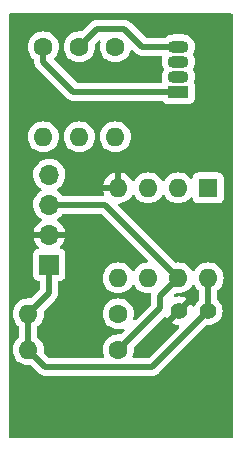
<source format=gbl>
G04 #@! TF.GenerationSoftware,KiCad,Pcbnew,6.0.11-2627ca5db0~126~ubuntu20.04.1*
G04 #@! TF.CreationDate,2023-10-24T11:05:38+02:00*
G04 #@! TF.ProjectId,attiny85_I2C_RGB_LED_v21,61747469-6e79-4383-955f-4932435f5247,2.0*
G04 #@! TF.SameCoordinates,Original*
G04 #@! TF.FileFunction,Copper,L2,Bot*
G04 #@! TF.FilePolarity,Positive*
%FSLAX46Y46*%
G04 Gerber Fmt 4.6, Leading zero omitted, Abs format (unit mm)*
G04 Created by KiCad (PCBNEW 6.0.11-2627ca5db0~126~ubuntu20.04.1) date 2023-10-24 11:05:38*
%MOMM*%
%LPD*%
G01*
G04 APERTURE LIST*
G04 #@! TA.AperFunction,ComponentPad*
%ADD10C,1.600000*%
G04 #@! TD*
G04 #@! TA.AperFunction,ComponentPad*
%ADD11O,1.600000X1.600000*%
G04 #@! TD*
G04 #@! TA.AperFunction,ComponentPad*
%ADD12R,1.600000X1.600000*%
G04 #@! TD*
G04 #@! TA.AperFunction,ComponentPad*
%ADD13C,1.400000*%
G04 #@! TD*
G04 #@! TA.AperFunction,ComponentPad*
%ADD14R,1.800000X1.070000*%
G04 #@! TD*
G04 #@! TA.AperFunction,ComponentPad*
%ADD15O,1.800000X1.070000*%
G04 #@! TD*
G04 #@! TA.AperFunction,ComponentPad*
%ADD16R,1.700000X1.700000*%
G04 #@! TD*
G04 #@! TA.AperFunction,ComponentPad*
%ADD17O,1.700000X1.700000*%
G04 #@! TD*
G04 #@! TA.AperFunction,Conductor*
%ADD18C,0.500000*%
G04 #@! TD*
G04 APERTURE END LIST*
D10*
X113284000Y-114046000D03*
D11*
X113284000Y-121666000D03*
D10*
X116332000Y-114046000D03*
D11*
X116332000Y-121666000D03*
D10*
X110236000Y-114046000D03*
D11*
X110236000Y-121666000D03*
D12*
X124196000Y-125994000D03*
D11*
X121656000Y-125994000D03*
X119116000Y-125994000D03*
X116576000Y-125994000D03*
X116576000Y-133614000D03*
X119116000Y-133614000D03*
X121656000Y-133614000D03*
X124196000Y-133614000D03*
D13*
X124206000Y-136398000D03*
X121706000Y-136398000D03*
D14*
X121666000Y-117856000D03*
D15*
X121666000Y-116586000D03*
X121666000Y-115316000D03*
X121666000Y-114046000D03*
D16*
X110744000Y-132500000D03*
D17*
X110744000Y-129960000D03*
X110744000Y-127420000D03*
X110744000Y-124880000D03*
D10*
X116586000Y-136652000D03*
D11*
X108966000Y-136652000D03*
D10*
X116586000Y-139700000D03*
D11*
X108966000Y-139700000D03*
D18*
X121666000Y-117856000D02*
X112776000Y-117856000D01*
X110236000Y-115316000D02*
X110236000Y-114046000D01*
X112776000Y-117856000D02*
X110236000Y-115316000D01*
X114808000Y-112522000D02*
X113284000Y-114046000D01*
X117094000Y-112522000D02*
X114808000Y-112522000D01*
X118618000Y-114046000D02*
X117094000Y-112522000D01*
X121666000Y-114046000D02*
X118618000Y-114046000D01*
X120142000Y-135128000D02*
X121656000Y-133614000D01*
X116586000Y-139700000D02*
X120142000Y-136144000D01*
X120142000Y-136144000D02*
X120142000Y-135128000D01*
X115462000Y-127420000D02*
X110744000Y-127420000D01*
X121656000Y-133614000D02*
X115462000Y-127420000D01*
X119454000Y-141150000D02*
X124206000Y-136398000D01*
X124206000Y-133624000D02*
X124196000Y-133614000D01*
X110744000Y-132500000D02*
X110744000Y-134874000D01*
X110416000Y-141150000D02*
X119454000Y-141150000D01*
X110744000Y-134874000D02*
X108966000Y-136652000D01*
X124206000Y-136398000D02*
X124206000Y-133624000D01*
X108966000Y-136652000D02*
X108966000Y-139700000D01*
X108966000Y-139700000D02*
X110416000Y-141150000D01*
G04 #@! TA.AperFunction,Conductor*
G36*
X126233621Y-111228502D02*
G01*
X126280114Y-111282158D01*
X126291500Y-111334500D01*
X126291500Y-147065500D01*
X126271498Y-147133621D01*
X126217842Y-147180114D01*
X126165500Y-147191500D01*
X107434500Y-147191500D01*
X107366379Y-147171498D01*
X107319886Y-147117842D01*
X107308500Y-147065500D01*
X107308500Y-139700000D01*
X107652502Y-139700000D01*
X107672457Y-139928087D01*
X107731716Y-140149243D01*
X107734039Y-140154224D01*
X107734039Y-140154225D01*
X107826151Y-140351762D01*
X107826154Y-140351767D01*
X107828477Y-140356749D01*
X107959802Y-140544300D01*
X108121700Y-140706198D01*
X108126208Y-140709355D01*
X108126211Y-140709357D01*
X108204389Y-140764098D01*
X108309251Y-140837523D01*
X108314233Y-140839846D01*
X108314238Y-140839849D01*
X108511775Y-140931961D01*
X108516757Y-140934284D01*
X108522065Y-140935706D01*
X108522067Y-140935707D01*
X108732598Y-140992119D01*
X108732600Y-140992119D01*
X108737913Y-140993543D01*
X108966000Y-141013498D01*
X108971475Y-141013019D01*
X109128913Y-140999245D01*
X109198518Y-141013234D01*
X109228990Y-141035671D01*
X109832230Y-141638911D01*
X109844616Y-141653323D01*
X109853149Y-141664918D01*
X109853154Y-141664923D01*
X109857492Y-141670818D01*
X109863070Y-141675557D01*
X109863073Y-141675560D01*
X109897768Y-141705035D01*
X109905284Y-141711965D01*
X109910980Y-141717661D01*
X109913841Y-141719924D01*
X109913846Y-141719929D01*
X109933266Y-141735293D01*
X109936667Y-141738082D01*
X109992285Y-141785333D01*
X109998798Y-141788659D01*
X110003837Y-141792020D01*
X110008979Y-141795196D01*
X110014716Y-141799734D01*
X110080875Y-141830655D01*
X110084769Y-141832558D01*
X110149808Y-141865769D01*
X110156917Y-141867508D01*
X110162551Y-141869604D01*
X110168321Y-141871523D01*
X110174950Y-141874622D01*
X110182113Y-141876112D01*
X110182116Y-141876113D01*
X110232830Y-141886661D01*
X110246435Y-141889491D01*
X110250701Y-141890457D01*
X110321610Y-141907808D01*
X110327212Y-141908156D01*
X110327215Y-141908156D01*
X110332764Y-141908500D01*
X110332762Y-141908535D01*
X110336734Y-141908775D01*
X110340955Y-141909152D01*
X110348115Y-141910641D01*
X110425542Y-141908546D01*
X110428950Y-141908500D01*
X119386930Y-141908500D01*
X119405880Y-141909933D01*
X119420115Y-141912099D01*
X119420119Y-141912099D01*
X119427349Y-141913199D01*
X119434641Y-141912606D01*
X119434644Y-141912606D01*
X119480018Y-141908915D01*
X119490233Y-141908500D01*
X119498293Y-141908500D01*
X119515680Y-141906473D01*
X119526507Y-141905211D01*
X119530882Y-141904778D01*
X119596339Y-141899454D01*
X119596342Y-141899453D01*
X119603637Y-141898860D01*
X119610601Y-141896604D01*
X119616560Y-141895413D01*
X119622415Y-141894029D01*
X119629681Y-141893182D01*
X119698327Y-141868265D01*
X119702455Y-141866848D01*
X119764936Y-141846607D01*
X119764938Y-141846606D01*
X119771899Y-141844351D01*
X119778154Y-141840555D01*
X119783628Y-141838049D01*
X119789058Y-141835330D01*
X119795937Y-141832833D01*
X119802058Y-141828820D01*
X119856976Y-141792814D01*
X119860680Y-141790477D01*
X119923107Y-141752595D01*
X119931484Y-141745197D01*
X119931508Y-141745224D01*
X119934500Y-141742571D01*
X119937733Y-141739868D01*
X119943852Y-141735856D01*
X119997128Y-141679617D01*
X119999506Y-141677175D01*
X124035316Y-137641365D01*
X124097628Y-137607339D01*
X124135392Y-137604939D01*
X124200524Y-137610637D01*
X124200525Y-137610637D01*
X124206000Y-137611116D01*
X124416655Y-137592686D01*
X124421968Y-137591262D01*
X124421970Y-137591262D01*
X124615600Y-137539379D01*
X124615602Y-137539378D01*
X124620910Y-137537956D01*
X124626908Y-137535159D01*
X124807577Y-137450912D01*
X124807580Y-137450910D01*
X124812558Y-137448589D01*
X124985776Y-137327301D01*
X125135301Y-137177776D01*
X125256589Y-137004558D01*
X125276530Y-136961796D01*
X125343633Y-136817892D01*
X125343634Y-136817891D01*
X125345956Y-136812910D01*
X125400686Y-136608655D01*
X125419116Y-136398000D01*
X125400686Y-136187345D01*
X125345956Y-135983090D01*
X125343633Y-135978108D01*
X125258912Y-135796423D01*
X125258910Y-135796420D01*
X125256589Y-135791442D01*
X125135301Y-135618224D01*
X125001405Y-135484328D01*
X124967379Y-135422016D01*
X124964500Y-135395233D01*
X124964500Y-134738865D01*
X124984502Y-134670744D01*
X125018228Y-134635653D01*
X125040300Y-134620198D01*
X125202198Y-134458300D01*
X125333523Y-134270749D01*
X125335846Y-134265767D01*
X125335849Y-134265762D01*
X125427961Y-134068225D01*
X125427961Y-134068224D01*
X125430284Y-134063243D01*
X125465409Y-133932158D01*
X125488119Y-133847402D01*
X125488119Y-133847400D01*
X125489543Y-133842087D01*
X125509498Y-133614000D01*
X125489543Y-133385913D01*
X125430284Y-133164757D01*
X125351805Y-132996457D01*
X125335849Y-132962238D01*
X125335846Y-132962233D01*
X125333523Y-132957251D01*
X125202198Y-132769700D01*
X125040300Y-132607802D01*
X125035792Y-132604645D01*
X125035789Y-132604643D01*
X124957611Y-132549902D01*
X124852749Y-132476477D01*
X124847767Y-132474154D01*
X124847762Y-132474151D01*
X124650225Y-132382039D01*
X124650224Y-132382039D01*
X124645243Y-132379716D01*
X124639935Y-132378294D01*
X124639933Y-132378293D01*
X124429402Y-132321881D01*
X124429400Y-132321881D01*
X124424087Y-132320457D01*
X124196000Y-132300502D01*
X123967913Y-132320457D01*
X123962600Y-132321881D01*
X123962598Y-132321881D01*
X123752067Y-132378293D01*
X123752065Y-132378294D01*
X123746757Y-132379716D01*
X123741776Y-132382039D01*
X123741775Y-132382039D01*
X123544238Y-132474151D01*
X123544233Y-132474154D01*
X123539251Y-132476477D01*
X123434389Y-132549902D01*
X123356211Y-132604643D01*
X123356208Y-132604645D01*
X123351700Y-132607802D01*
X123189802Y-132769700D01*
X123058477Y-132957251D01*
X123056154Y-132962233D01*
X123056151Y-132962238D01*
X123040195Y-132996457D01*
X122993278Y-133049742D01*
X122925001Y-133069203D01*
X122857041Y-133048661D01*
X122811805Y-132996457D01*
X122795849Y-132962238D01*
X122795846Y-132962233D01*
X122793523Y-132957251D01*
X122662198Y-132769700D01*
X122500300Y-132607802D01*
X122495792Y-132604645D01*
X122495789Y-132604643D01*
X122417611Y-132549902D01*
X122312749Y-132476477D01*
X122307767Y-132474154D01*
X122307762Y-132474151D01*
X122110225Y-132382039D01*
X122110224Y-132382039D01*
X122105243Y-132379716D01*
X122099935Y-132378294D01*
X122099933Y-132378293D01*
X121889402Y-132321881D01*
X121889400Y-132321881D01*
X121884087Y-132320457D01*
X121656000Y-132300502D01*
X121650525Y-132300981D01*
X121493087Y-132314755D01*
X121423482Y-132300766D01*
X121393010Y-132278329D01*
X116625158Y-127510477D01*
X116591132Y-127448165D01*
X116596197Y-127377350D01*
X116638744Y-127320514D01*
X116703272Y-127295861D01*
X116798520Y-127287528D01*
X116809312Y-127285625D01*
X117019761Y-127229236D01*
X117030053Y-127225490D01*
X117227511Y-127133414D01*
X117237007Y-127127931D01*
X117415467Y-127002972D01*
X117423875Y-126995916D01*
X117577916Y-126841875D01*
X117584972Y-126833467D01*
X117709931Y-126655007D01*
X117715414Y-126645511D01*
X117731529Y-126610951D01*
X117778446Y-126557666D01*
X117846723Y-126538205D01*
X117914683Y-126558747D01*
X117959919Y-126610951D01*
X117976151Y-126645762D01*
X117976154Y-126645767D01*
X117978477Y-126650749D01*
X118109802Y-126838300D01*
X118271700Y-127000198D01*
X118276208Y-127003355D01*
X118276211Y-127003357D01*
X118317542Y-127032297D01*
X118459251Y-127131523D01*
X118464233Y-127133846D01*
X118464238Y-127133849D01*
X118541137Y-127169707D01*
X118666757Y-127228284D01*
X118672065Y-127229706D01*
X118672067Y-127229707D01*
X118882598Y-127286119D01*
X118882600Y-127286119D01*
X118887913Y-127287543D01*
X119116000Y-127307498D01*
X119344087Y-127287543D01*
X119349400Y-127286119D01*
X119349402Y-127286119D01*
X119559933Y-127229707D01*
X119559935Y-127229706D01*
X119565243Y-127228284D01*
X119690863Y-127169707D01*
X119767762Y-127133849D01*
X119767767Y-127133846D01*
X119772749Y-127131523D01*
X119914458Y-127032297D01*
X119955789Y-127003357D01*
X119955792Y-127003355D01*
X119960300Y-127000198D01*
X120122198Y-126838300D01*
X120253523Y-126650749D01*
X120255846Y-126645767D01*
X120255849Y-126645762D01*
X120271805Y-126611543D01*
X120318722Y-126558258D01*
X120386999Y-126538797D01*
X120454959Y-126559339D01*
X120500195Y-126611543D01*
X120516151Y-126645762D01*
X120516154Y-126645767D01*
X120518477Y-126650749D01*
X120649802Y-126838300D01*
X120811700Y-127000198D01*
X120816208Y-127003355D01*
X120816211Y-127003357D01*
X120857542Y-127032297D01*
X120999251Y-127131523D01*
X121004233Y-127133846D01*
X121004238Y-127133849D01*
X121081137Y-127169707D01*
X121206757Y-127228284D01*
X121212065Y-127229706D01*
X121212067Y-127229707D01*
X121422598Y-127286119D01*
X121422600Y-127286119D01*
X121427913Y-127287543D01*
X121656000Y-127307498D01*
X121884087Y-127287543D01*
X121889400Y-127286119D01*
X121889402Y-127286119D01*
X122099933Y-127229707D01*
X122099935Y-127229706D01*
X122105243Y-127228284D01*
X122230863Y-127169707D01*
X122307762Y-127133849D01*
X122307767Y-127133846D01*
X122312749Y-127131523D01*
X122454458Y-127032297D01*
X122495789Y-127003357D01*
X122495792Y-127003355D01*
X122500300Y-127000198D01*
X122662198Y-126838300D01*
X122665357Y-126833789D01*
X122668892Y-126829576D01*
X122670026Y-126830527D01*
X122720071Y-126790529D01*
X122790690Y-126783224D01*
X122854049Y-126815258D01*
X122890030Y-126876462D01*
X122893082Y-126893517D01*
X122894255Y-126904316D01*
X122945385Y-127040705D01*
X123032739Y-127157261D01*
X123149295Y-127244615D01*
X123285684Y-127295745D01*
X123347866Y-127302500D01*
X125044134Y-127302500D01*
X125106316Y-127295745D01*
X125242705Y-127244615D01*
X125359261Y-127157261D01*
X125446615Y-127040705D01*
X125497745Y-126904316D01*
X125504500Y-126842134D01*
X125504500Y-125145866D01*
X125497745Y-125083684D01*
X125446615Y-124947295D01*
X125359261Y-124830739D01*
X125242705Y-124743385D01*
X125106316Y-124692255D01*
X125044134Y-124685500D01*
X123347866Y-124685500D01*
X123285684Y-124692255D01*
X123149295Y-124743385D01*
X123032739Y-124830739D01*
X122945385Y-124947295D01*
X122894255Y-125083684D01*
X122893083Y-125094474D01*
X122892197Y-125096606D01*
X122891575Y-125099222D01*
X122891152Y-125099121D01*
X122865845Y-125160035D01*
X122807483Y-125200463D01*
X122736529Y-125202922D01*
X122675510Y-125166629D01*
X122668511Y-125157969D01*
X122665354Y-125154207D01*
X122662198Y-125149700D01*
X122500300Y-124987802D01*
X122495792Y-124984645D01*
X122495789Y-124984643D01*
X122341553Y-124876646D01*
X122312749Y-124856477D01*
X122307767Y-124854154D01*
X122307762Y-124854151D01*
X122110225Y-124762039D01*
X122110224Y-124762039D01*
X122105243Y-124759716D01*
X122099935Y-124758294D01*
X122099933Y-124758293D01*
X121889402Y-124701881D01*
X121889400Y-124701881D01*
X121884087Y-124700457D01*
X121656000Y-124680502D01*
X121427913Y-124700457D01*
X121422600Y-124701881D01*
X121422598Y-124701881D01*
X121212067Y-124758293D01*
X121212065Y-124758294D01*
X121206757Y-124759716D01*
X121201776Y-124762039D01*
X121201775Y-124762039D01*
X121004238Y-124854151D01*
X121004233Y-124854154D01*
X120999251Y-124856477D01*
X120970447Y-124876646D01*
X120816211Y-124984643D01*
X120816208Y-124984645D01*
X120811700Y-124987802D01*
X120649802Y-125149700D01*
X120518477Y-125337251D01*
X120516154Y-125342233D01*
X120516151Y-125342238D01*
X120500195Y-125376457D01*
X120453278Y-125429742D01*
X120385001Y-125449203D01*
X120317041Y-125428661D01*
X120271805Y-125376457D01*
X120255849Y-125342238D01*
X120255846Y-125342233D01*
X120253523Y-125337251D01*
X120122198Y-125149700D01*
X119960300Y-124987802D01*
X119955792Y-124984645D01*
X119955789Y-124984643D01*
X119801553Y-124876646D01*
X119772749Y-124856477D01*
X119767767Y-124854154D01*
X119767762Y-124854151D01*
X119570225Y-124762039D01*
X119570224Y-124762039D01*
X119565243Y-124759716D01*
X119559935Y-124758294D01*
X119559933Y-124758293D01*
X119349402Y-124701881D01*
X119349400Y-124701881D01*
X119344087Y-124700457D01*
X119116000Y-124680502D01*
X118887913Y-124700457D01*
X118882600Y-124701881D01*
X118882598Y-124701881D01*
X118672067Y-124758293D01*
X118672065Y-124758294D01*
X118666757Y-124759716D01*
X118661776Y-124762039D01*
X118661775Y-124762039D01*
X118464238Y-124854151D01*
X118464233Y-124854154D01*
X118459251Y-124856477D01*
X118430447Y-124876646D01*
X118276211Y-124984643D01*
X118276208Y-124984645D01*
X118271700Y-124987802D01*
X118109802Y-125149700D01*
X117978477Y-125337251D01*
X117976154Y-125342233D01*
X117976151Y-125342238D01*
X117959919Y-125377049D01*
X117913002Y-125430334D01*
X117844725Y-125449795D01*
X117776765Y-125429253D01*
X117731529Y-125377049D01*
X117715414Y-125342489D01*
X117709931Y-125332993D01*
X117584972Y-125154533D01*
X117577916Y-125146125D01*
X117423875Y-124992084D01*
X117415467Y-124985028D01*
X117237007Y-124860069D01*
X117227511Y-124854586D01*
X117030053Y-124762510D01*
X117019761Y-124758764D01*
X116847497Y-124712606D01*
X116833401Y-124712942D01*
X116830000Y-124720884D01*
X116830000Y-126122000D01*
X116809998Y-126190121D01*
X116756342Y-126236614D01*
X116704000Y-126248000D01*
X115308033Y-126248000D01*
X115294502Y-126251973D01*
X115293273Y-126260522D01*
X115340764Y-126437761D01*
X115344512Y-126448058D01*
X115360456Y-126482249D01*
X115371118Y-126552440D01*
X115342139Y-126617253D01*
X115282720Y-126656110D01*
X115246262Y-126661500D01*
X111939939Y-126661500D01*
X111871818Y-126641498D01*
X111834147Y-126603941D01*
X111826818Y-126592612D01*
X111824014Y-126588277D01*
X111673670Y-126423051D01*
X111669619Y-126419852D01*
X111669615Y-126419848D01*
X111502414Y-126287800D01*
X111502410Y-126287798D01*
X111498359Y-126284598D01*
X111457053Y-126261796D01*
X111407084Y-126211364D01*
X111392312Y-126141921D01*
X111417428Y-126075516D01*
X111444780Y-126048909D01*
X111488603Y-126017650D01*
X111623860Y-125921173D01*
X111782096Y-125763489D01*
X111798975Y-125740000D01*
X111811548Y-125722503D01*
X115294606Y-125722503D01*
X115294942Y-125736599D01*
X115302884Y-125740000D01*
X116303885Y-125740000D01*
X116319124Y-125735525D01*
X116320329Y-125734135D01*
X116322000Y-125726452D01*
X116322000Y-124726033D01*
X116318027Y-124712502D01*
X116309478Y-124711273D01*
X116132239Y-124758764D01*
X116121947Y-124762510D01*
X115924489Y-124854586D01*
X115914993Y-124860069D01*
X115736533Y-124985028D01*
X115728125Y-124992084D01*
X115574084Y-125146125D01*
X115567028Y-125154533D01*
X115442069Y-125332993D01*
X115436586Y-125342489D01*
X115344510Y-125539947D01*
X115340764Y-125550239D01*
X115294606Y-125722503D01*
X111811548Y-125722503D01*
X111909435Y-125586277D01*
X111912453Y-125582077D01*
X111977831Y-125449795D01*
X112009136Y-125386453D01*
X112009137Y-125386451D01*
X112011430Y-125381811D01*
X112076370Y-125168069D01*
X112105529Y-124946590D01*
X112105611Y-124943240D01*
X112107074Y-124883365D01*
X112107074Y-124883361D01*
X112107156Y-124880000D01*
X112088852Y-124657361D01*
X112034431Y-124440702D01*
X111945354Y-124235840D01*
X111824014Y-124048277D01*
X111673670Y-123883051D01*
X111669619Y-123879852D01*
X111669615Y-123879848D01*
X111502414Y-123747800D01*
X111502410Y-123747798D01*
X111498359Y-123744598D01*
X111302789Y-123636638D01*
X111297920Y-123634914D01*
X111297916Y-123634912D01*
X111097087Y-123563795D01*
X111097083Y-123563794D01*
X111092212Y-123562069D01*
X111087119Y-123561162D01*
X111087116Y-123561161D01*
X110877373Y-123523800D01*
X110877367Y-123523799D01*
X110872284Y-123522894D01*
X110798452Y-123521992D01*
X110654081Y-123520228D01*
X110654079Y-123520228D01*
X110648911Y-123520165D01*
X110428091Y-123553955D01*
X110215756Y-123623357D01*
X110017607Y-123726507D01*
X110013474Y-123729610D01*
X110013471Y-123729612D01*
X109989247Y-123747800D01*
X109838965Y-123860635D01*
X109684629Y-124022138D01*
X109558743Y-124206680D01*
X109464688Y-124409305D01*
X109404989Y-124624570D01*
X109381251Y-124846695D01*
X109381548Y-124851848D01*
X109381548Y-124851851D01*
X109387011Y-124946590D01*
X109394110Y-125069715D01*
X109395247Y-125074761D01*
X109395248Y-125074767D01*
X109413152Y-125154211D01*
X109443222Y-125287639D01*
X109527266Y-125494616D01*
X109643987Y-125685088D01*
X109790250Y-125853938D01*
X109962126Y-125996632D01*
X110032595Y-126037811D01*
X110035445Y-126039476D01*
X110084169Y-126091114D01*
X110097240Y-126160897D01*
X110070509Y-126226669D01*
X110030055Y-126260027D01*
X110017607Y-126266507D01*
X110013474Y-126269610D01*
X110013471Y-126269612D01*
X109989247Y-126287800D01*
X109838965Y-126400635D01*
X109792543Y-126449213D01*
X109688903Y-126557666D01*
X109684629Y-126562138D01*
X109681715Y-126566410D01*
X109681714Y-126566411D01*
X109620526Y-126656110D01*
X109558743Y-126746680D01*
X109556564Y-126751375D01*
X109482137Y-126911715D01*
X109464688Y-126949305D01*
X109404989Y-127164570D01*
X109381251Y-127386695D01*
X109394110Y-127609715D01*
X109395247Y-127614761D01*
X109395248Y-127614767D01*
X109419304Y-127721508D01*
X109443222Y-127827639D01*
X109527266Y-128034616D01*
X109643987Y-128225088D01*
X109790250Y-128393938D01*
X109962126Y-128536632D01*
X110035955Y-128579774D01*
X110084679Y-128631412D01*
X110097750Y-128701195D01*
X110071019Y-128766967D01*
X110030562Y-128800327D01*
X110022457Y-128804546D01*
X110013738Y-128810036D01*
X109843433Y-128937905D01*
X109835726Y-128944748D01*
X109688590Y-129098717D01*
X109682104Y-129106727D01*
X109562098Y-129282649D01*
X109557000Y-129291623D01*
X109467338Y-129484783D01*
X109463775Y-129494470D01*
X109408389Y-129694183D01*
X109409912Y-129702607D01*
X109422292Y-129706000D01*
X112062344Y-129706000D01*
X112075875Y-129702027D01*
X112077180Y-129692947D01*
X112035214Y-129525875D01*
X112031894Y-129516124D01*
X111946972Y-129320814D01*
X111942105Y-129311739D01*
X111826426Y-129132926D01*
X111820136Y-129124757D01*
X111676806Y-128967240D01*
X111669273Y-128960215D01*
X111502139Y-128828222D01*
X111493556Y-128822520D01*
X111456602Y-128802120D01*
X111406631Y-128751687D01*
X111391859Y-128682245D01*
X111416975Y-128615839D01*
X111444327Y-128589232D01*
X111467797Y-128572491D01*
X111623860Y-128461173D01*
X111782096Y-128303489D01*
X111834203Y-128230974D01*
X111890198Y-128187326D01*
X111936526Y-128178500D01*
X115095629Y-128178500D01*
X115163750Y-128198502D01*
X115184724Y-128215405D01*
X119066380Y-132097061D01*
X119100406Y-132159373D01*
X119095341Y-132230188D01*
X119052794Y-132287024D01*
X118988267Y-132311677D01*
X118961209Y-132314044D01*
X118887913Y-132320457D01*
X118882600Y-132321881D01*
X118882598Y-132321881D01*
X118672067Y-132378293D01*
X118672065Y-132378294D01*
X118666757Y-132379716D01*
X118661776Y-132382039D01*
X118661775Y-132382039D01*
X118464238Y-132474151D01*
X118464233Y-132474154D01*
X118459251Y-132476477D01*
X118354389Y-132549902D01*
X118276211Y-132604643D01*
X118276208Y-132604645D01*
X118271700Y-132607802D01*
X118109802Y-132769700D01*
X117978477Y-132957251D01*
X117976154Y-132962233D01*
X117976151Y-132962238D01*
X117960195Y-132996457D01*
X117913278Y-133049742D01*
X117845001Y-133069203D01*
X117777041Y-133048661D01*
X117731805Y-132996457D01*
X117715849Y-132962238D01*
X117715846Y-132962233D01*
X117713523Y-132957251D01*
X117582198Y-132769700D01*
X117420300Y-132607802D01*
X117415792Y-132604645D01*
X117415789Y-132604643D01*
X117337611Y-132549902D01*
X117232749Y-132476477D01*
X117227767Y-132474154D01*
X117227762Y-132474151D01*
X117030225Y-132382039D01*
X117030224Y-132382039D01*
X117025243Y-132379716D01*
X117019935Y-132378294D01*
X117019933Y-132378293D01*
X116809402Y-132321881D01*
X116809400Y-132321881D01*
X116804087Y-132320457D01*
X116576000Y-132300502D01*
X116347913Y-132320457D01*
X116342600Y-132321881D01*
X116342598Y-132321881D01*
X116132067Y-132378293D01*
X116132065Y-132378294D01*
X116126757Y-132379716D01*
X116121776Y-132382039D01*
X116121775Y-132382039D01*
X115924238Y-132474151D01*
X115924233Y-132474154D01*
X115919251Y-132476477D01*
X115814389Y-132549902D01*
X115736211Y-132604643D01*
X115736208Y-132604645D01*
X115731700Y-132607802D01*
X115569802Y-132769700D01*
X115438477Y-132957251D01*
X115436154Y-132962233D01*
X115436151Y-132962238D01*
X115420195Y-132996457D01*
X115341716Y-133164757D01*
X115282457Y-133385913D01*
X115262502Y-133614000D01*
X115282457Y-133842087D01*
X115283881Y-133847400D01*
X115283881Y-133847402D01*
X115306592Y-133932158D01*
X115341716Y-134063243D01*
X115344039Y-134068224D01*
X115344039Y-134068225D01*
X115436151Y-134265762D01*
X115436154Y-134265767D01*
X115438477Y-134270749D01*
X115569802Y-134458300D01*
X115731700Y-134620198D01*
X115736208Y-134623355D01*
X115736211Y-134623357D01*
X115753769Y-134635651D01*
X115919251Y-134751523D01*
X115924233Y-134753846D01*
X115924238Y-134753849D01*
X116121775Y-134845961D01*
X116126757Y-134848284D01*
X116132065Y-134849706D01*
X116132067Y-134849707D01*
X116342598Y-134906119D01*
X116342600Y-134906119D01*
X116347913Y-134907543D01*
X116576000Y-134927498D01*
X116804087Y-134907543D01*
X116809400Y-134906119D01*
X116809402Y-134906119D01*
X117019933Y-134849707D01*
X117019935Y-134849706D01*
X117025243Y-134848284D01*
X117030225Y-134845961D01*
X117227762Y-134753849D01*
X117227767Y-134753846D01*
X117232749Y-134751523D01*
X117398231Y-134635651D01*
X117415789Y-134623357D01*
X117415792Y-134623355D01*
X117420300Y-134620198D01*
X117582198Y-134458300D01*
X117713523Y-134270749D01*
X117715846Y-134265767D01*
X117715849Y-134265762D01*
X117731805Y-134231543D01*
X117778722Y-134178258D01*
X117846999Y-134158797D01*
X117914959Y-134179339D01*
X117960195Y-134231543D01*
X117976151Y-134265762D01*
X117976154Y-134265767D01*
X117978477Y-134270749D01*
X118109802Y-134458300D01*
X118271700Y-134620198D01*
X118276208Y-134623355D01*
X118276211Y-134623357D01*
X118293769Y-134635651D01*
X118459251Y-134751523D01*
X118464233Y-134753846D01*
X118464238Y-134753849D01*
X118661775Y-134845961D01*
X118666757Y-134848284D01*
X118672065Y-134849706D01*
X118672067Y-134849707D01*
X118882598Y-134906119D01*
X118882600Y-134906119D01*
X118887913Y-134907543D01*
X119116000Y-134927498D01*
X119246380Y-134916091D01*
X119315984Y-134930080D01*
X119366976Y-134979479D01*
X119382862Y-135052810D01*
X119382849Y-135052956D01*
X119381360Y-135060115D01*
X119381558Y-135067426D01*
X119383454Y-135137521D01*
X119383500Y-135140928D01*
X119383500Y-135777629D01*
X119363498Y-135845750D01*
X119346595Y-135866724D01*
X118045989Y-137167330D01*
X117983677Y-137201356D01*
X117912862Y-137196291D01*
X117856026Y-137153744D01*
X117831215Y-137087224D01*
X117835187Y-137045623D01*
X117879543Y-136880087D01*
X117899498Y-136652000D01*
X117879543Y-136423913D01*
X117878119Y-136418598D01*
X117821707Y-136208067D01*
X117821706Y-136208065D01*
X117820284Y-136202757D01*
X117738321Y-136026985D01*
X117725849Y-136000238D01*
X117725846Y-136000233D01*
X117723523Y-135995251D01*
X117592198Y-135807700D01*
X117430300Y-135645802D01*
X117425792Y-135642645D01*
X117425789Y-135642643D01*
X117347611Y-135587902D01*
X117242749Y-135514477D01*
X117237767Y-135512154D01*
X117237762Y-135512151D01*
X117040225Y-135420039D01*
X117040224Y-135420039D01*
X117035243Y-135417716D01*
X117029935Y-135416294D01*
X117029933Y-135416293D01*
X116819402Y-135359881D01*
X116819400Y-135359881D01*
X116814087Y-135358457D01*
X116586000Y-135338502D01*
X116357913Y-135358457D01*
X116352600Y-135359881D01*
X116352598Y-135359881D01*
X116142067Y-135416293D01*
X116142065Y-135416294D01*
X116136757Y-135417716D01*
X116131776Y-135420039D01*
X116131775Y-135420039D01*
X115934238Y-135512151D01*
X115934233Y-135512154D01*
X115929251Y-135514477D01*
X115824389Y-135587902D01*
X115746211Y-135642643D01*
X115746208Y-135642645D01*
X115741700Y-135645802D01*
X115579802Y-135807700D01*
X115448477Y-135995251D01*
X115446154Y-136000233D01*
X115446151Y-136000238D01*
X115433679Y-136026985D01*
X115351716Y-136202757D01*
X115350294Y-136208065D01*
X115350293Y-136208067D01*
X115293881Y-136418598D01*
X115292457Y-136423913D01*
X115272502Y-136652000D01*
X115292457Y-136880087D01*
X115293880Y-136885399D01*
X115293881Y-136885402D01*
X115347960Y-137087224D01*
X115351716Y-137101243D01*
X115354039Y-137106224D01*
X115354039Y-137106225D01*
X115446151Y-137303762D01*
X115446154Y-137303767D01*
X115448477Y-137308749D01*
X115579802Y-137496300D01*
X115741700Y-137658198D01*
X115746208Y-137661355D01*
X115746211Y-137661357D01*
X115773769Y-137680653D01*
X115929251Y-137789523D01*
X115934233Y-137791846D01*
X115934238Y-137791849D01*
X116131775Y-137883961D01*
X116136757Y-137886284D01*
X116142065Y-137887706D01*
X116142067Y-137887707D01*
X116352598Y-137944119D01*
X116352600Y-137944119D01*
X116357913Y-137945543D01*
X116586000Y-137965498D01*
X116814087Y-137945543D01*
X116979625Y-137901187D01*
X117050600Y-137902877D01*
X117109396Y-137942671D01*
X117137344Y-138007935D01*
X117125571Y-138077949D01*
X117101330Y-138111989D01*
X116848990Y-138364329D01*
X116786678Y-138398355D01*
X116748913Y-138400755D01*
X116591475Y-138386981D01*
X116586000Y-138386502D01*
X116357913Y-138406457D01*
X116352600Y-138407881D01*
X116352598Y-138407881D01*
X116142067Y-138464293D01*
X116142065Y-138464294D01*
X116136757Y-138465716D01*
X116131776Y-138468039D01*
X116131775Y-138468039D01*
X115934238Y-138560151D01*
X115934233Y-138560154D01*
X115929251Y-138562477D01*
X115852970Y-138615890D01*
X115746211Y-138690643D01*
X115746208Y-138690645D01*
X115741700Y-138693802D01*
X115579802Y-138855700D01*
X115448477Y-139043251D01*
X115446154Y-139048233D01*
X115446151Y-139048238D01*
X115354039Y-139245775D01*
X115351716Y-139250757D01*
X115292457Y-139471913D01*
X115272502Y-139700000D01*
X115292457Y-139928087D01*
X115351716Y-140149243D01*
X115354039Y-140154225D01*
X115354041Y-140154230D01*
X115381096Y-140212251D01*
X115391757Y-140282443D01*
X115362776Y-140347255D01*
X115303356Y-140386111D01*
X115266901Y-140391500D01*
X110782371Y-140391500D01*
X110714250Y-140371498D01*
X110693276Y-140354595D01*
X110301671Y-139962990D01*
X110267645Y-139900678D01*
X110265245Y-139862913D01*
X110279019Y-139705475D01*
X110279498Y-139700000D01*
X110259543Y-139471913D01*
X110200284Y-139250757D01*
X110197961Y-139245775D01*
X110105849Y-139048238D01*
X110105846Y-139048233D01*
X110103523Y-139043251D01*
X109972198Y-138855700D01*
X109810300Y-138693802D01*
X109778229Y-138671345D01*
X109733901Y-138615890D01*
X109724500Y-138568133D01*
X109724500Y-137783867D01*
X109744502Y-137715746D01*
X109778228Y-137680655D01*
X109810300Y-137658198D01*
X109972198Y-137496300D01*
X110103523Y-137308749D01*
X110105846Y-137303767D01*
X110105849Y-137303762D01*
X110197961Y-137106225D01*
X110197961Y-137106224D01*
X110200284Y-137101243D01*
X110204041Y-137087224D01*
X110258119Y-136885402D01*
X110258120Y-136885399D01*
X110259543Y-136880087D01*
X110279498Y-136652000D01*
X110271081Y-136555789D01*
X110265245Y-136489087D01*
X110279234Y-136419482D01*
X110301671Y-136389010D01*
X111232911Y-135457770D01*
X111247323Y-135445384D01*
X111258918Y-135436851D01*
X111258923Y-135436846D01*
X111264818Y-135432508D01*
X111269557Y-135426930D01*
X111269560Y-135426927D01*
X111299035Y-135392232D01*
X111305965Y-135384716D01*
X111311661Y-135379020D01*
X111313924Y-135376159D01*
X111313929Y-135376154D01*
X111329293Y-135356734D01*
X111332082Y-135353333D01*
X111363519Y-135316329D01*
X111379333Y-135297715D01*
X111382659Y-135291202D01*
X111386020Y-135286163D01*
X111389196Y-135281021D01*
X111393734Y-135275284D01*
X111424655Y-135209125D01*
X111426561Y-135205225D01*
X111436447Y-135185865D01*
X111459769Y-135140192D01*
X111461508Y-135133083D01*
X111463604Y-135127449D01*
X111465523Y-135121679D01*
X111468622Y-135115050D01*
X111483491Y-135043565D01*
X111484461Y-135039282D01*
X111485849Y-135033610D01*
X111501808Y-134968390D01*
X111502500Y-134957236D01*
X111502535Y-134957238D01*
X111502775Y-134953266D01*
X111503152Y-134949045D01*
X111504641Y-134941885D01*
X111502546Y-134864458D01*
X111502500Y-134861050D01*
X111502500Y-133984500D01*
X111522502Y-133916379D01*
X111576158Y-133869886D01*
X111628500Y-133858500D01*
X111642134Y-133858500D01*
X111704316Y-133851745D01*
X111840705Y-133800615D01*
X111957261Y-133713261D01*
X112044615Y-133596705D01*
X112095745Y-133460316D01*
X112102500Y-133398134D01*
X112102500Y-131601866D01*
X112095745Y-131539684D01*
X112044615Y-131403295D01*
X111957261Y-131286739D01*
X111840705Y-131199385D01*
X111721687Y-131154767D01*
X111664923Y-131112125D01*
X111640223Y-131045564D01*
X111655430Y-130976215D01*
X111676977Y-130947535D01*
X111778052Y-130846812D01*
X111784730Y-130838965D01*
X111909003Y-130666020D01*
X111914313Y-130657183D01*
X112008670Y-130466267D01*
X112012469Y-130456672D01*
X112074377Y-130252910D01*
X112076555Y-130242837D01*
X112077986Y-130231962D01*
X112075775Y-130217778D01*
X112062617Y-130214000D01*
X109427225Y-130214000D01*
X109413694Y-130217973D01*
X109412257Y-130227966D01*
X109442565Y-130362446D01*
X109445645Y-130372275D01*
X109525770Y-130569603D01*
X109530413Y-130578794D01*
X109641694Y-130760388D01*
X109647777Y-130768699D01*
X109787213Y-130929667D01*
X109794577Y-130936879D01*
X109799522Y-130940985D01*
X109839156Y-130999889D01*
X109840653Y-131070870D01*
X109803537Y-131131392D01*
X109763264Y-131155910D01*
X109655705Y-131196232D01*
X109655704Y-131196233D01*
X109647295Y-131199385D01*
X109530739Y-131286739D01*
X109443385Y-131403295D01*
X109392255Y-131539684D01*
X109385500Y-131601866D01*
X109385500Y-133398134D01*
X109392255Y-133460316D01*
X109443385Y-133596705D01*
X109530739Y-133713261D01*
X109647295Y-133800615D01*
X109783684Y-133851745D01*
X109845866Y-133858500D01*
X109859500Y-133858500D01*
X109927621Y-133878502D01*
X109974114Y-133932158D01*
X109985500Y-133984500D01*
X109985500Y-134507629D01*
X109965498Y-134575750D01*
X109948595Y-134596724D01*
X109228990Y-135316329D01*
X109166678Y-135350355D01*
X109128913Y-135352755D01*
X108971475Y-135338981D01*
X108966000Y-135338502D01*
X108737913Y-135358457D01*
X108732600Y-135359881D01*
X108732598Y-135359881D01*
X108522067Y-135416293D01*
X108522065Y-135416294D01*
X108516757Y-135417716D01*
X108511776Y-135420039D01*
X108511775Y-135420039D01*
X108314238Y-135512151D01*
X108314233Y-135512154D01*
X108309251Y-135514477D01*
X108204389Y-135587902D01*
X108126211Y-135642643D01*
X108126208Y-135642645D01*
X108121700Y-135645802D01*
X107959802Y-135807700D01*
X107828477Y-135995251D01*
X107826154Y-136000233D01*
X107826151Y-136000238D01*
X107813679Y-136026985D01*
X107731716Y-136202757D01*
X107730294Y-136208065D01*
X107730293Y-136208067D01*
X107673881Y-136418598D01*
X107672457Y-136423913D01*
X107652502Y-136652000D01*
X107672457Y-136880087D01*
X107673880Y-136885399D01*
X107673881Y-136885402D01*
X107727960Y-137087224D01*
X107731716Y-137101243D01*
X107734039Y-137106224D01*
X107734039Y-137106225D01*
X107826151Y-137303762D01*
X107826154Y-137303767D01*
X107828477Y-137308749D01*
X107959802Y-137496300D01*
X108121700Y-137658198D01*
X108153771Y-137680655D01*
X108198099Y-137736110D01*
X108207500Y-137783867D01*
X108207500Y-138568133D01*
X108187498Y-138636254D01*
X108153772Y-138671345D01*
X108121700Y-138693802D01*
X107959802Y-138855700D01*
X107828477Y-139043251D01*
X107826154Y-139048233D01*
X107826151Y-139048238D01*
X107734039Y-139245775D01*
X107731716Y-139250757D01*
X107672457Y-139471913D01*
X107652502Y-139700000D01*
X107308500Y-139700000D01*
X107308500Y-121666000D01*
X108922502Y-121666000D01*
X108942457Y-121894087D01*
X109001716Y-122115243D01*
X109004039Y-122120224D01*
X109004039Y-122120225D01*
X109096151Y-122317762D01*
X109096154Y-122317767D01*
X109098477Y-122322749D01*
X109229802Y-122510300D01*
X109391700Y-122672198D01*
X109396208Y-122675355D01*
X109396211Y-122675357D01*
X109474389Y-122730098D01*
X109579251Y-122803523D01*
X109584233Y-122805846D01*
X109584238Y-122805849D01*
X109781775Y-122897961D01*
X109786757Y-122900284D01*
X109792065Y-122901706D01*
X109792067Y-122901707D01*
X110002598Y-122958119D01*
X110002600Y-122958119D01*
X110007913Y-122959543D01*
X110236000Y-122979498D01*
X110464087Y-122959543D01*
X110469400Y-122958119D01*
X110469402Y-122958119D01*
X110679933Y-122901707D01*
X110679935Y-122901706D01*
X110685243Y-122900284D01*
X110690225Y-122897961D01*
X110887762Y-122805849D01*
X110887767Y-122805846D01*
X110892749Y-122803523D01*
X110997611Y-122730098D01*
X111075789Y-122675357D01*
X111075792Y-122675355D01*
X111080300Y-122672198D01*
X111242198Y-122510300D01*
X111373523Y-122322749D01*
X111375846Y-122317767D01*
X111375849Y-122317762D01*
X111467961Y-122120225D01*
X111467961Y-122120224D01*
X111470284Y-122115243D01*
X111529543Y-121894087D01*
X111549498Y-121666000D01*
X111970502Y-121666000D01*
X111990457Y-121894087D01*
X112049716Y-122115243D01*
X112052039Y-122120224D01*
X112052039Y-122120225D01*
X112144151Y-122317762D01*
X112144154Y-122317767D01*
X112146477Y-122322749D01*
X112277802Y-122510300D01*
X112439700Y-122672198D01*
X112444208Y-122675355D01*
X112444211Y-122675357D01*
X112522389Y-122730098D01*
X112627251Y-122803523D01*
X112632233Y-122805846D01*
X112632238Y-122805849D01*
X112829775Y-122897961D01*
X112834757Y-122900284D01*
X112840065Y-122901706D01*
X112840067Y-122901707D01*
X113050598Y-122958119D01*
X113050600Y-122958119D01*
X113055913Y-122959543D01*
X113284000Y-122979498D01*
X113512087Y-122959543D01*
X113517400Y-122958119D01*
X113517402Y-122958119D01*
X113727933Y-122901707D01*
X113727935Y-122901706D01*
X113733243Y-122900284D01*
X113738225Y-122897961D01*
X113935762Y-122805849D01*
X113935767Y-122805846D01*
X113940749Y-122803523D01*
X114045611Y-122730098D01*
X114123789Y-122675357D01*
X114123792Y-122675355D01*
X114128300Y-122672198D01*
X114290198Y-122510300D01*
X114421523Y-122322749D01*
X114423846Y-122317767D01*
X114423849Y-122317762D01*
X114515961Y-122120225D01*
X114515961Y-122120224D01*
X114518284Y-122115243D01*
X114577543Y-121894087D01*
X114597498Y-121666000D01*
X115018502Y-121666000D01*
X115038457Y-121894087D01*
X115097716Y-122115243D01*
X115100039Y-122120224D01*
X115100039Y-122120225D01*
X115192151Y-122317762D01*
X115192154Y-122317767D01*
X115194477Y-122322749D01*
X115325802Y-122510300D01*
X115487700Y-122672198D01*
X115492208Y-122675355D01*
X115492211Y-122675357D01*
X115570389Y-122730098D01*
X115675251Y-122803523D01*
X115680233Y-122805846D01*
X115680238Y-122805849D01*
X115877775Y-122897961D01*
X115882757Y-122900284D01*
X115888065Y-122901706D01*
X115888067Y-122901707D01*
X116098598Y-122958119D01*
X116098600Y-122958119D01*
X116103913Y-122959543D01*
X116332000Y-122979498D01*
X116560087Y-122959543D01*
X116565400Y-122958119D01*
X116565402Y-122958119D01*
X116775933Y-122901707D01*
X116775935Y-122901706D01*
X116781243Y-122900284D01*
X116786225Y-122897961D01*
X116983762Y-122805849D01*
X116983767Y-122805846D01*
X116988749Y-122803523D01*
X117093611Y-122730098D01*
X117171789Y-122675357D01*
X117171792Y-122675355D01*
X117176300Y-122672198D01*
X117338198Y-122510300D01*
X117469523Y-122322749D01*
X117471846Y-122317767D01*
X117471849Y-122317762D01*
X117563961Y-122120225D01*
X117563961Y-122120224D01*
X117566284Y-122115243D01*
X117625543Y-121894087D01*
X117645498Y-121666000D01*
X117625543Y-121437913D01*
X117566284Y-121216757D01*
X117563961Y-121211775D01*
X117471849Y-121014238D01*
X117471846Y-121014233D01*
X117469523Y-121009251D01*
X117338198Y-120821700D01*
X117176300Y-120659802D01*
X117171792Y-120656645D01*
X117171789Y-120656643D01*
X117093611Y-120601902D01*
X116988749Y-120528477D01*
X116983767Y-120526154D01*
X116983762Y-120526151D01*
X116786225Y-120434039D01*
X116786224Y-120434039D01*
X116781243Y-120431716D01*
X116775935Y-120430294D01*
X116775933Y-120430293D01*
X116565402Y-120373881D01*
X116565400Y-120373881D01*
X116560087Y-120372457D01*
X116332000Y-120352502D01*
X116103913Y-120372457D01*
X116098600Y-120373881D01*
X116098598Y-120373881D01*
X115888067Y-120430293D01*
X115888065Y-120430294D01*
X115882757Y-120431716D01*
X115877776Y-120434039D01*
X115877775Y-120434039D01*
X115680238Y-120526151D01*
X115680233Y-120526154D01*
X115675251Y-120528477D01*
X115570389Y-120601902D01*
X115492211Y-120656643D01*
X115492208Y-120656645D01*
X115487700Y-120659802D01*
X115325802Y-120821700D01*
X115194477Y-121009251D01*
X115192154Y-121014233D01*
X115192151Y-121014238D01*
X115100039Y-121211775D01*
X115097716Y-121216757D01*
X115038457Y-121437913D01*
X115018502Y-121666000D01*
X114597498Y-121666000D01*
X114577543Y-121437913D01*
X114518284Y-121216757D01*
X114515961Y-121211775D01*
X114423849Y-121014238D01*
X114423846Y-121014233D01*
X114421523Y-121009251D01*
X114290198Y-120821700D01*
X114128300Y-120659802D01*
X114123792Y-120656645D01*
X114123789Y-120656643D01*
X114045611Y-120601902D01*
X113940749Y-120528477D01*
X113935767Y-120526154D01*
X113935762Y-120526151D01*
X113738225Y-120434039D01*
X113738224Y-120434039D01*
X113733243Y-120431716D01*
X113727935Y-120430294D01*
X113727933Y-120430293D01*
X113517402Y-120373881D01*
X113517400Y-120373881D01*
X113512087Y-120372457D01*
X113284000Y-120352502D01*
X113055913Y-120372457D01*
X113050600Y-120373881D01*
X113050598Y-120373881D01*
X112840067Y-120430293D01*
X112840065Y-120430294D01*
X112834757Y-120431716D01*
X112829776Y-120434039D01*
X112829775Y-120434039D01*
X112632238Y-120526151D01*
X112632233Y-120526154D01*
X112627251Y-120528477D01*
X112522389Y-120601902D01*
X112444211Y-120656643D01*
X112444208Y-120656645D01*
X112439700Y-120659802D01*
X112277802Y-120821700D01*
X112146477Y-121009251D01*
X112144154Y-121014233D01*
X112144151Y-121014238D01*
X112052039Y-121211775D01*
X112049716Y-121216757D01*
X111990457Y-121437913D01*
X111970502Y-121666000D01*
X111549498Y-121666000D01*
X111529543Y-121437913D01*
X111470284Y-121216757D01*
X111467961Y-121211775D01*
X111375849Y-121014238D01*
X111375846Y-121014233D01*
X111373523Y-121009251D01*
X111242198Y-120821700D01*
X111080300Y-120659802D01*
X111075792Y-120656645D01*
X111075789Y-120656643D01*
X110997611Y-120601902D01*
X110892749Y-120528477D01*
X110887767Y-120526154D01*
X110887762Y-120526151D01*
X110690225Y-120434039D01*
X110690224Y-120434039D01*
X110685243Y-120431716D01*
X110679935Y-120430294D01*
X110679933Y-120430293D01*
X110469402Y-120373881D01*
X110469400Y-120373881D01*
X110464087Y-120372457D01*
X110236000Y-120352502D01*
X110007913Y-120372457D01*
X110002600Y-120373881D01*
X110002598Y-120373881D01*
X109792067Y-120430293D01*
X109792065Y-120430294D01*
X109786757Y-120431716D01*
X109781776Y-120434039D01*
X109781775Y-120434039D01*
X109584238Y-120526151D01*
X109584233Y-120526154D01*
X109579251Y-120528477D01*
X109474389Y-120601902D01*
X109396211Y-120656643D01*
X109396208Y-120656645D01*
X109391700Y-120659802D01*
X109229802Y-120821700D01*
X109098477Y-121009251D01*
X109096154Y-121014233D01*
X109096151Y-121014238D01*
X109004039Y-121211775D01*
X109001716Y-121216757D01*
X108942457Y-121437913D01*
X108922502Y-121666000D01*
X107308500Y-121666000D01*
X107308500Y-114046000D01*
X108922502Y-114046000D01*
X108942457Y-114274087D01*
X109001716Y-114495243D01*
X109004039Y-114500224D01*
X109004039Y-114500225D01*
X109096151Y-114697762D01*
X109096154Y-114697767D01*
X109098477Y-114702749D01*
X109229802Y-114890300D01*
X109391700Y-115052198D01*
X109423771Y-115074655D01*
X109468099Y-115130110D01*
X109477500Y-115177867D01*
X109477500Y-115248930D01*
X109476067Y-115267880D01*
X109473964Y-115281707D01*
X109472801Y-115289349D01*
X109473394Y-115296641D01*
X109473394Y-115296644D01*
X109477085Y-115342018D01*
X109477500Y-115352233D01*
X109477500Y-115360293D01*
X109477925Y-115363937D01*
X109480789Y-115388507D01*
X109481222Y-115392882D01*
X109487140Y-115465637D01*
X109489396Y-115472601D01*
X109490587Y-115478560D01*
X109491971Y-115484415D01*
X109492818Y-115491681D01*
X109517735Y-115560327D01*
X109519152Y-115564455D01*
X109541649Y-115633899D01*
X109545445Y-115640154D01*
X109547951Y-115645628D01*
X109550670Y-115651058D01*
X109553167Y-115657937D01*
X109557180Y-115664057D01*
X109557180Y-115664058D01*
X109593186Y-115718976D01*
X109595523Y-115722680D01*
X109633405Y-115785107D01*
X109637121Y-115789315D01*
X109637122Y-115789316D01*
X109640803Y-115793484D01*
X109640776Y-115793508D01*
X109643429Y-115796500D01*
X109646132Y-115799733D01*
X109650144Y-115805852D01*
X109655456Y-115810884D01*
X109706383Y-115859128D01*
X109708825Y-115861506D01*
X112192230Y-118344911D01*
X112204616Y-118359323D01*
X112213149Y-118370918D01*
X112213154Y-118370923D01*
X112217492Y-118376818D01*
X112223070Y-118381557D01*
X112223073Y-118381560D01*
X112257768Y-118411035D01*
X112265284Y-118417965D01*
X112270979Y-118423660D01*
X112273861Y-118425940D01*
X112293251Y-118441281D01*
X112296655Y-118444072D01*
X112346703Y-118486591D01*
X112352285Y-118491333D01*
X112358801Y-118494661D01*
X112363838Y-118498020D01*
X112368977Y-118501194D01*
X112374716Y-118505734D01*
X112381349Y-118508834D01*
X112440837Y-118536636D01*
X112444791Y-118538569D01*
X112509808Y-118571769D01*
X112516924Y-118573510D01*
X112522554Y-118575604D01*
X112528321Y-118577523D01*
X112534950Y-118580621D01*
X112542110Y-118582110D01*
X112542112Y-118582111D01*
X112606396Y-118595482D01*
X112610680Y-118596452D01*
X112681610Y-118613808D01*
X112687212Y-118614156D01*
X112687215Y-118614156D01*
X112692764Y-118614500D01*
X112692762Y-118614536D01*
X112696752Y-118614775D01*
X112700950Y-118615150D01*
X112708115Y-118616640D01*
X112785520Y-118614546D01*
X112788928Y-118614500D01*
X120234967Y-118614500D01*
X120303088Y-118634502D01*
X120335792Y-118664934D01*
X120402739Y-118754261D01*
X120519295Y-118841615D01*
X120655684Y-118892745D01*
X120717866Y-118899500D01*
X122614134Y-118899500D01*
X122676316Y-118892745D01*
X122812705Y-118841615D01*
X122929261Y-118754261D01*
X123016615Y-118637705D01*
X123067745Y-118501316D01*
X123074500Y-118439134D01*
X123074500Y-117272866D01*
X123067745Y-117210684D01*
X123016615Y-117074295D01*
X123013046Y-117069533D01*
X122998201Y-117001662D01*
X123003525Y-116973250D01*
X123056311Y-116802725D01*
X123058133Y-116796840D01*
X123059643Y-116782478D01*
X123078879Y-116599449D01*
X123078879Y-116599447D01*
X123079523Y-116593320D01*
X123060976Y-116389522D01*
X123003198Y-116193207D01*
X122999200Y-116185558D01*
X122908388Y-116011853D01*
X122909934Y-116011045D01*
X122891769Y-115951040D01*
X122906929Y-115890057D01*
X122923652Y-115859128D01*
X122997619Y-115722329D01*
X123058133Y-115526840D01*
X123059022Y-115518388D01*
X123078879Y-115329449D01*
X123078879Y-115329447D01*
X123079523Y-115323320D01*
X123060976Y-115119522D01*
X123058844Y-115112276D01*
X123004938Y-114929120D01*
X123003198Y-114923207D01*
X122983637Y-114885789D01*
X122908388Y-114741853D01*
X122909934Y-114741045D01*
X122891769Y-114681040D01*
X122906929Y-114620057D01*
X122938905Y-114560918D01*
X122997619Y-114452329D01*
X123058133Y-114256840D01*
X123079523Y-114053320D01*
X123060976Y-113849522D01*
X123053629Y-113824557D01*
X123004938Y-113659120D01*
X123003198Y-113653207D01*
X122908388Y-113471853D01*
X122780160Y-113312369D01*
X122623396Y-113180828D01*
X122444067Y-113082242D01*
X122438200Y-113080381D01*
X122438198Y-113080380D01*
X122300323Y-113036643D01*
X122249006Y-113020364D01*
X122089744Y-113002500D01*
X121249505Y-113002500D01*
X121097336Y-113017420D01*
X120901429Y-113076568D01*
X120885180Y-113085208D01*
X120726184Y-113169747D01*
X120726181Y-113169749D01*
X120720742Y-113172641D01*
X120715972Y-113176531D01*
X120715968Y-113176534D01*
X120614680Y-113259143D01*
X120549248Y-113286697D01*
X120535044Y-113287500D01*
X118984371Y-113287500D01*
X118916250Y-113267498D01*
X118895276Y-113250595D01*
X117677770Y-112033089D01*
X117665384Y-112018677D01*
X117656851Y-112007082D01*
X117656846Y-112007077D01*
X117652508Y-112001182D01*
X117646930Y-111996443D01*
X117646927Y-111996440D01*
X117612232Y-111966965D01*
X117604716Y-111960035D01*
X117599021Y-111954340D01*
X117592880Y-111949482D01*
X117576749Y-111936719D01*
X117573345Y-111933928D01*
X117523297Y-111891409D01*
X117523295Y-111891408D01*
X117517715Y-111886667D01*
X117511199Y-111883339D01*
X117506150Y-111879972D01*
X117501021Y-111876805D01*
X117495284Y-111872266D01*
X117429125Y-111841345D01*
X117425225Y-111839439D01*
X117360192Y-111806231D01*
X117353084Y-111804492D01*
X117347441Y-111802393D01*
X117341678Y-111800476D01*
X117335050Y-111797378D01*
X117263583Y-111782513D01*
X117259299Y-111781543D01*
X117224958Y-111773140D01*
X117188390Y-111764192D01*
X117182788Y-111763844D01*
X117182785Y-111763844D01*
X117177236Y-111763500D01*
X117177238Y-111763464D01*
X117173245Y-111763225D01*
X117169053Y-111762851D01*
X117161885Y-111761360D01*
X117098120Y-111763085D01*
X117084479Y-111763454D01*
X117081072Y-111763500D01*
X114875063Y-111763500D01*
X114856114Y-111762067D01*
X114855907Y-111762036D01*
X114834651Y-111758802D01*
X114827359Y-111759395D01*
X114827356Y-111759395D01*
X114781991Y-111763085D01*
X114771777Y-111763500D01*
X114763707Y-111763500D01*
X114760087Y-111763922D01*
X114760069Y-111763923D01*
X114735461Y-111766792D01*
X114731100Y-111767224D01*
X114705981Y-111769267D01*
X114665661Y-111772546D01*
X114665658Y-111772547D01*
X114658363Y-111773140D01*
X114651399Y-111775396D01*
X114645440Y-111776587D01*
X114639585Y-111777971D01*
X114632319Y-111778818D01*
X114563673Y-111803735D01*
X114559545Y-111805152D01*
X114497064Y-111825393D01*
X114497062Y-111825394D01*
X114490101Y-111827649D01*
X114483846Y-111831445D01*
X114478372Y-111833951D01*
X114472942Y-111836670D01*
X114466063Y-111839167D01*
X114405016Y-111879191D01*
X114401327Y-111881518D01*
X114392843Y-111886667D01*
X114343693Y-111916491D01*
X114343688Y-111916495D01*
X114338892Y-111919405D01*
X114330516Y-111926803D01*
X114330493Y-111926777D01*
X114327503Y-111929426D01*
X114324264Y-111932134D01*
X114318148Y-111936144D01*
X114313121Y-111941451D01*
X114313117Y-111941454D01*
X114264872Y-111992383D01*
X114262494Y-111994825D01*
X113546990Y-112710329D01*
X113484678Y-112744355D01*
X113446913Y-112746755D01*
X113289475Y-112732981D01*
X113284000Y-112732502D01*
X113055913Y-112752457D01*
X113050600Y-112753881D01*
X113050598Y-112753881D01*
X112840067Y-112810293D01*
X112840065Y-112810294D01*
X112834757Y-112811716D01*
X112829776Y-112814039D01*
X112829775Y-112814039D01*
X112632238Y-112906151D01*
X112632233Y-112906154D01*
X112627251Y-112908477D01*
X112522389Y-112981902D01*
X112444211Y-113036643D01*
X112444208Y-113036645D01*
X112439700Y-113039802D01*
X112277802Y-113201700D01*
X112146477Y-113389251D01*
X112144154Y-113394233D01*
X112144151Y-113394238D01*
X112074197Y-113544256D01*
X112049716Y-113596757D01*
X112048294Y-113602065D01*
X112048293Y-113602067D01*
X112034590Y-113653207D01*
X111990457Y-113817913D01*
X111970502Y-114046000D01*
X111990457Y-114274087D01*
X112049716Y-114495243D01*
X112052039Y-114500224D01*
X112052039Y-114500225D01*
X112144151Y-114697762D01*
X112144154Y-114697767D01*
X112146477Y-114702749D01*
X112277802Y-114890300D01*
X112439700Y-115052198D01*
X112444208Y-115055355D01*
X112444211Y-115055357D01*
X112471769Y-115074653D01*
X112627251Y-115183523D01*
X112632233Y-115185846D01*
X112632238Y-115185849D01*
X112787955Y-115258460D01*
X112834757Y-115280284D01*
X112840065Y-115281706D01*
X112840067Y-115281707D01*
X113050598Y-115338119D01*
X113050600Y-115338119D01*
X113055913Y-115339543D01*
X113284000Y-115359498D01*
X113512087Y-115339543D01*
X113517400Y-115338119D01*
X113517402Y-115338119D01*
X113727933Y-115281707D01*
X113727935Y-115281706D01*
X113733243Y-115280284D01*
X113780045Y-115258460D01*
X113935762Y-115185849D01*
X113935767Y-115185846D01*
X113940749Y-115183523D01*
X114096231Y-115074653D01*
X114123789Y-115055357D01*
X114123792Y-115055355D01*
X114128300Y-115052198D01*
X114290198Y-114890300D01*
X114421523Y-114702749D01*
X114423846Y-114697767D01*
X114423849Y-114697762D01*
X114515961Y-114500225D01*
X114515961Y-114500224D01*
X114518284Y-114495243D01*
X114577543Y-114274087D01*
X114597498Y-114046000D01*
X114583245Y-113883087D01*
X114597234Y-113813482D01*
X114619671Y-113783010D01*
X114872011Y-113530670D01*
X114934323Y-113496644D01*
X115005138Y-113501709D01*
X115061974Y-113544256D01*
X115086785Y-113610776D01*
X115082813Y-113652374D01*
X115038457Y-113817913D01*
X115018502Y-114046000D01*
X115038457Y-114274087D01*
X115097716Y-114495243D01*
X115100039Y-114500224D01*
X115100039Y-114500225D01*
X115192151Y-114697762D01*
X115192154Y-114697767D01*
X115194477Y-114702749D01*
X115325802Y-114890300D01*
X115487700Y-115052198D01*
X115492208Y-115055355D01*
X115492211Y-115055357D01*
X115519769Y-115074653D01*
X115675251Y-115183523D01*
X115680233Y-115185846D01*
X115680238Y-115185849D01*
X115835955Y-115258460D01*
X115882757Y-115280284D01*
X115888065Y-115281706D01*
X115888067Y-115281707D01*
X116098598Y-115338119D01*
X116098600Y-115338119D01*
X116103913Y-115339543D01*
X116332000Y-115359498D01*
X116560087Y-115339543D01*
X116565400Y-115338119D01*
X116565402Y-115338119D01*
X116775933Y-115281707D01*
X116775935Y-115281706D01*
X116781243Y-115280284D01*
X116828045Y-115258460D01*
X116983762Y-115185849D01*
X116983767Y-115185846D01*
X116988749Y-115183523D01*
X117144231Y-115074653D01*
X117171789Y-115055357D01*
X117171792Y-115055355D01*
X117176300Y-115052198D01*
X117338198Y-114890300D01*
X117469523Y-114702749D01*
X117471846Y-114697767D01*
X117471849Y-114697762D01*
X117563961Y-114500225D01*
X117563961Y-114500224D01*
X117566284Y-114495243D01*
X117600306Y-114368272D01*
X117637258Y-114307650D01*
X117701119Y-114276628D01*
X117771613Y-114285057D01*
X117811108Y-114311789D01*
X118034230Y-114534911D01*
X118046616Y-114549323D01*
X118055149Y-114560918D01*
X118055154Y-114560923D01*
X118059492Y-114566818D01*
X118065070Y-114571557D01*
X118065073Y-114571560D01*
X118099768Y-114601035D01*
X118107284Y-114607965D01*
X118112979Y-114613660D01*
X118115861Y-114615940D01*
X118135251Y-114631281D01*
X118138655Y-114634072D01*
X118188703Y-114676591D01*
X118194285Y-114681333D01*
X118200801Y-114684661D01*
X118205838Y-114688020D01*
X118210977Y-114691194D01*
X118216716Y-114695734D01*
X118223349Y-114698834D01*
X118282837Y-114726636D01*
X118286791Y-114728569D01*
X118351808Y-114761769D01*
X118358924Y-114763510D01*
X118364554Y-114765604D01*
X118370321Y-114767523D01*
X118376950Y-114770621D01*
X118384110Y-114772110D01*
X118384112Y-114772111D01*
X118448396Y-114785482D01*
X118452680Y-114786452D01*
X118523610Y-114803808D01*
X118529212Y-114804156D01*
X118529215Y-114804156D01*
X118534764Y-114804500D01*
X118534762Y-114804536D01*
X118538752Y-114804775D01*
X118542950Y-114805150D01*
X118550115Y-114806640D01*
X118627520Y-114804546D01*
X118630928Y-114804500D01*
X120196035Y-114804500D01*
X120264156Y-114824502D01*
X120310649Y-114878158D01*
X120320753Y-114948432D01*
X120316401Y-114967756D01*
X120273867Y-115105160D01*
X120273224Y-115111282D01*
X120273223Y-115111285D01*
X120255461Y-115280284D01*
X120252477Y-115308680D01*
X120254367Y-115329449D01*
X120269757Y-115498553D01*
X120271024Y-115512478D01*
X120328802Y-115708793D01*
X120331655Y-115714251D01*
X120331657Y-115714255D01*
X120423612Y-115890147D01*
X120422066Y-115890955D01*
X120440231Y-115950960D01*
X120425071Y-116011943D01*
X120334381Y-116179671D01*
X120273867Y-116375160D01*
X120273224Y-116381282D01*
X120273223Y-116381285D01*
X120271712Y-116395661D01*
X120252477Y-116578680D01*
X120271024Y-116782478D01*
X120272764Y-116788388D01*
X120272764Y-116788391D01*
X120316185Y-116935926D01*
X120316229Y-117006922D01*
X120277883Y-117066673D01*
X120213321Y-117096206D01*
X120195311Y-117097500D01*
X113142371Y-117097500D01*
X113074250Y-117077498D01*
X113053276Y-117060595D01*
X111151685Y-115159004D01*
X111117659Y-115096692D01*
X111122724Y-115025877D01*
X111151684Y-114980814D01*
X111242198Y-114890300D01*
X111373523Y-114702749D01*
X111375846Y-114697767D01*
X111375849Y-114697762D01*
X111467961Y-114500225D01*
X111467961Y-114500224D01*
X111470284Y-114495243D01*
X111529543Y-114274087D01*
X111549498Y-114046000D01*
X111529543Y-113817913D01*
X111485410Y-113653207D01*
X111471707Y-113602067D01*
X111471706Y-113602065D01*
X111470284Y-113596757D01*
X111445803Y-113544256D01*
X111375849Y-113394238D01*
X111375846Y-113394233D01*
X111373523Y-113389251D01*
X111242198Y-113201700D01*
X111080300Y-113039802D01*
X111075792Y-113036645D01*
X111075789Y-113036643D01*
X110997611Y-112981902D01*
X110892749Y-112908477D01*
X110887767Y-112906154D01*
X110887762Y-112906151D01*
X110690225Y-112814039D01*
X110690224Y-112814039D01*
X110685243Y-112811716D01*
X110679935Y-112810294D01*
X110679933Y-112810293D01*
X110469402Y-112753881D01*
X110469400Y-112753881D01*
X110464087Y-112752457D01*
X110236000Y-112732502D01*
X110007913Y-112752457D01*
X110002600Y-112753881D01*
X110002598Y-112753881D01*
X109792067Y-112810293D01*
X109792065Y-112810294D01*
X109786757Y-112811716D01*
X109781776Y-112814039D01*
X109781775Y-112814039D01*
X109584238Y-112906151D01*
X109584233Y-112906154D01*
X109579251Y-112908477D01*
X109474389Y-112981902D01*
X109396211Y-113036643D01*
X109396208Y-113036645D01*
X109391700Y-113039802D01*
X109229802Y-113201700D01*
X109098477Y-113389251D01*
X109096154Y-113394233D01*
X109096151Y-113394238D01*
X109026197Y-113544256D01*
X109001716Y-113596757D01*
X109000294Y-113602065D01*
X109000293Y-113602067D01*
X108986590Y-113653207D01*
X108942457Y-113817913D01*
X108922502Y-114046000D01*
X107308500Y-114046000D01*
X107308500Y-111334500D01*
X107328502Y-111266379D01*
X107382158Y-111219886D01*
X107434500Y-111208500D01*
X126165500Y-111208500D01*
X126233621Y-111228502D01*
G37*
G04 #@! TD.AperFunction*
G04 #@! TA.AperFunction,Conductor*
G36*
X122994959Y-134179339D02*
G01*
X123040195Y-134231543D01*
X123056151Y-134265762D01*
X123056154Y-134265767D01*
X123058477Y-134270749D01*
X123189802Y-134458300D01*
X123351700Y-134620198D01*
X123393771Y-134649657D01*
X123438099Y-134705112D01*
X123447500Y-134752869D01*
X123447500Y-135395233D01*
X123427498Y-135463354D01*
X123410595Y-135484328D01*
X123276699Y-135618224D01*
X123155411Y-135791442D01*
X123153090Y-135796420D01*
X123153088Y-135796423D01*
X123069919Y-135974781D01*
X123023002Y-136028066D01*
X122954725Y-136047527D01*
X122886765Y-136026985D01*
X122841529Y-135974780D01*
X122758479Y-135796677D01*
X122753001Y-135787189D01*
X122731689Y-135756752D01*
X122721212Y-135748377D01*
X122707764Y-135755446D01*
X121062724Y-137400486D01*
X121056294Y-137412261D01*
X121065590Y-137424276D01*
X121095189Y-137445001D01*
X121104677Y-137450479D01*
X121286277Y-137535159D01*
X121296571Y-137538907D01*
X121490122Y-137590769D01*
X121500909Y-137592671D01*
X121634252Y-137604337D01*
X121700371Y-137630200D01*
X121742010Y-137687704D01*
X121745951Y-137758591D01*
X121712366Y-137818953D01*
X119176724Y-140354595D01*
X119114412Y-140388621D01*
X119087629Y-140391500D01*
X117905099Y-140391500D01*
X117836978Y-140371498D01*
X117790485Y-140317842D01*
X117780381Y-140247568D01*
X117790904Y-140212251D01*
X117817959Y-140154230D01*
X117817961Y-140154225D01*
X117820284Y-140149243D01*
X117879543Y-139928087D01*
X117899498Y-139700000D01*
X117885245Y-139537087D01*
X117899234Y-139467482D01*
X117921671Y-139437010D01*
X120432732Y-136925949D01*
X120495044Y-136891923D01*
X120565859Y-136896988D01*
X120622695Y-136939535D01*
X120636022Y-136961796D01*
X120653519Y-136999319D01*
X120658999Y-137008811D01*
X120680311Y-137039248D01*
X120690788Y-137047623D01*
X120704236Y-137040554D01*
X122349276Y-135395514D01*
X122355706Y-135383739D01*
X122346410Y-135371724D01*
X122316811Y-135350999D01*
X122307323Y-135345521D01*
X122125723Y-135260841D01*
X122115429Y-135257093D01*
X121921878Y-135205231D01*
X121911091Y-135203329D01*
X121711475Y-135185865D01*
X121700525Y-135185865D01*
X121500909Y-135203329D01*
X121490119Y-135205231D01*
X121462578Y-135212611D01*
X121391602Y-135210921D01*
X121332806Y-135171127D01*
X121304858Y-135105863D01*
X121316631Y-135035849D01*
X121340872Y-135001809D01*
X121393010Y-134949671D01*
X121455322Y-134915645D01*
X121493087Y-134913245D01*
X121650525Y-134927019D01*
X121656000Y-134927498D01*
X121884087Y-134907543D01*
X121889400Y-134906119D01*
X121889402Y-134906119D01*
X122099933Y-134849707D01*
X122099935Y-134849706D01*
X122105243Y-134848284D01*
X122110225Y-134845961D01*
X122307762Y-134753849D01*
X122307767Y-134753846D01*
X122312749Y-134751523D01*
X122478231Y-134635651D01*
X122495789Y-134623357D01*
X122495792Y-134623355D01*
X122500300Y-134620198D01*
X122662198Y-134458300D01*
X122793523Y-134270749D01*
X122795846Y-134265767D01*
X122795849Y-134265762D01*
X122811805Y-134231543D01*
X122858722Y-134178258D01*
X122926999Y-134158797D01*
X122994959Y-134179339D01*
G37*
G04 #@! TD.AperFunction*
M02*

</source>
